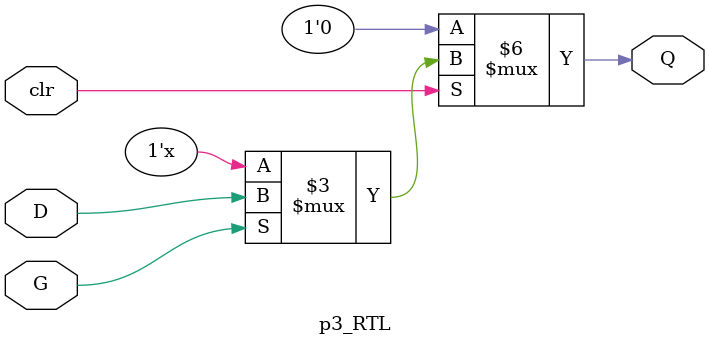
<source format=v>
module p3_RTL (clr , G ,D , Q);
input clr , D , G ;
output reg Q ;

always @(*) begin
    if (!clr)
    Q <= 1'b0;
    else if (G)
    Q <= D ;
end
endmodule


</source>
